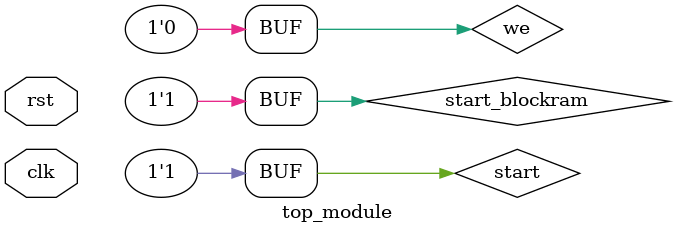
<source format=v>
`timescale 1ns / 1ps

module top_module#(
        parameter N = 18
    )
    (
    input  clk,
    input  rst

    );
    
        reg  signed [N-1:0]    in0_r;
        reg  signed [N-1:0]    in0_i;
        reg  signed [N-1:0]    in1_r;
        reg  signed [N-1:0]    in1_i;
        reg  signed [N-1:0]    in2_r;
        reg  signed [N-1:0]    in2_i;
        reg  signed [N-1:0]    in3_r;
        reg  signed [N-1:0]    in3_i;
        reg  signed [N-1:0]    in4_r;
        reg  signed [N-1:0]    in4_i;
        reg  signed [N-1:0]    in5_r;
        reg  signed [N-1:0]    in5_i;
        reg  signed [N-1:0]    in6_r;
        reg  signed [N-1:0]    in6_i;
        reg  signed [N-1:0]    in7_r;
        reg  signed [N-1:0]    in7_i;
        reg  signed [N-1:0]    in8_r;
        reg  signed [N-1:0]    in8_i;
        reg  signed [N-1:0]    in9_r;
        reg  signed [N-1:0]    in9_i;
        reg  signed [N-1:0]    in10_r;
        reg  signed [N-1:0]    in10_i;
        reg  signed [N-1:0]    in11_r;
        reg  signed [N-1:0]    in11_i;
        reg  signed [N-1:0]    in12_r;
        reg  signed [N-1:0]    in12_i;
        reg  signed [N-1:0]    in13_r;
        reg  signed [N-1:0]    in13_i;
        reg  signed [N-1:0]    in14_r;
        reg  signed [N-1:0]    in14_i;
        reg  signed [N-1:0]    in15_r;
        reg  signed [N-1:0]    in15_i;
        reg  signed [N-1:0]    in16_r;
        reg  signed [N-1:0]    in16_i;
        reg  signed [N-1:0]    in17_r;
        reg  signed [N-1:0]    in17_i;
        reg  signed [N-1:0]    in18_r;
        reg  signed [N-1:0]    in18_i;
        reg  signed [N-1:0]    in19_r;
        reg  signed [N-1:0]    in19_i;
        reg  signed [N-1:0]    in20_r;
        reg  signed [N-1:0]    in20_i;
        reg  signed [N-1:0]    in21_r;
        reg  signed [N-1:0]    in21_i;
        reg  signed [N-1:0]    in22_r;
        reg  signed [N-1:0]    in22_i;
        reg  signed [N-1:0]    in23_r;
        reg  signed [N-1:0]    in23_i;
        reg  signed [N-1:0]    in24_r;
        reg  signed [N-1:0]    in24_i;
        reg  signed [N-1:0]    in25_r;
        reg  signed [N-1:0]    in25_i;
        reg  signed [N-1:0]    in26_r;
        reg  signed [N-1:0]    in26_i;
        reg  signed [N-1:0]    in27_r;
        reg  signed [N-1:0]    in27_i;
        reg  signed [N-1:0]    in28_r;
        reg  signed [N-1:0]    in28_i;
        reg  signed [N-1:0]    in29_r;
        reg  signed [N-1:0]    in29_i;
        reg  signed [N-1:0]    in30_r;
        reg  signed [N-1:0]    in30_i;
        reg  signed [N-1:0]    in31_r;
        reg  signed [N-1:0]    in31_i;
        reg  signed [N-1:0]    in32_r;
        reg  signed [N-1:0]    in32_i;
        reg  signed [N-1:0]    in33_r;
        reg  signed [N-1:0]    in33_i;
        reg  signed [N-1:0]    in34_r;
        reg  signed [N-1:0]    in34_i;
        reg  signed [N-1:0]    in35_r;
        reg  signed [N-1:0]    in35_i;
        reg  signed [N-1:0]    in36_r;
        reg  signed [N-1:0]    in36_i;
        reg  signed [N-1:0]    in37_r;
        reg  signed [N-1:0]    in37_i;
        reg  signed [N-1:0]    in38_r;
        reg  signed [N-1:0]    in38_i;
        reg  signed [N-1:0]    in39_r;
        reg  signed [N-1:0]    in39_i;
        reg  signed [N-1:0]    in40_r;
        reg  signed [N-1:0]    in40_i;
        reg  signed [N-1:0]    in41_r;
        reg  signed [N-1:0]    in41_i;
        reg  signed [N-1:0]    in42_r;
        reg  signed [N-1:0]    in42_i;
        reg  signed [N-1:0]    in43_r;
        reg  signed [N-1:0]    in43_i;
        reg  signed [N-1:0]    in44_r;
        reg  signed [N-1:0]    in44_i;
        reg  signed [N-1:0]    in45_r;
        reg  signed [N-1:0]    in45_i;
        reg  signed [N-1:0]    in46_r;
        reg  signed [N-1:0]    in46_i;
        reg  signed [N-1:0]    in47_r;
        reg  signed [N-1:0]    in47_i;
        reg  signed [N-1:0]    in48_r;
        reg  signed [N-1:0]    in48_i;
        reg  signed [N-1:0]    in49_r;
        reg  signed [N-1:0]    in49_i;
        reg  signed [N-1:0]    in50_r;
        reg  signed [N-1:0]    in50_i;
        reg  signed [N-1:0]    in51_r;
        reg  signed [N-1:0]    in51_i;
        reg  signed [N-1:0]    in52_r;
        reg  signed [N-1:0]    in52_i;
        reg  signed [N-1:0]    in53_r;
        reg  signed [N-1:0]    in53_i;
        reg  signed [N-1:0]    in54_r;
        reg  signed [N-1:0]    in54_i;
        reg  signed [N-1:0]    in55_r;
        reg  signed [N-1:0]    in55_i;
        reg  signed [N-1:0]    in56_r;
        reg  signed [N-1:0]    in56_i;
        reg  signed [N-1:0]    in57_r;
        reg  signed [N-1:0]    in57_i;
        reg  signed [N-1:0]    in58_r;
        reg  signed [N-1:0]    in58_i;
        reg  signed [N-1:0]    in59_r;
        reg  signed [N-1:0]    in59_i;
        reg  signed [N-1:0]    in60_r;
        reg  signed [N-1:0]    in60_i;
        reg  signed [N-1:0]    in61_r;
        reg  signed [N-1:0]    in61_i;
        reg  signed [N-1:0]    in62_r;
        reg  signed [N-1:0]    in62_i;
        reg  signed [N-1:0]    in63_r;
        reg  signed [N-1:0]    in63_i;
        reg  signed [N-1:0]    in64_r;
            reg  signed [N-1:0]    in64_i;
            reg  signed [N-1:0]    in65_r;
            reg  signed [N-1:0]    in65_i;
            reg  signed [N-1:0]    in66_r;
            reg  signed [N-1:0]    in66_i;
            reg  signed [N-1:0]    in67_r;
            reg  signed [N-1:0]    in67_i;
            reg  signed [N-1:0]    in68_r;
            reg  signed [N-1:0]    in68_i;
            reg  signed [N-1:0]    in69_r;
            reg  signed [N-1:0]    in69_i;
            reg  signed [N-1:0]    in70_r;
            reg  signed [N-1:0]    in70_i;
            reg  signed [N-1:0]    in71_r;
            reg  signed [N-1:0]    in71_i;
            reg  signed [N-1:0]    in72_r;
            reg  signed [N-1:0]    in72_i;
            reg  signed [N-1:0]    in73_r;
            reg  signed [N-1:0]    in73_i;
            reg  signed [N-1:0]    in74_r;
            reg  signed [N-1:0]    in74_i;
            reg  signed [N-1:0]    in75_r;
            reg  signed [N-1:0]    in75_i;
            reg  signed [N-1:0]    in76_r;
            reg  signed [N-1:0]    in76_i;
            reg  signed [N-1:0]    in77_r;
            reg  signed [N-1:0]    in77_i;
            reg  signed [N-1:0]    in78_r;
            reg  signed [N-1:0]    in78_i;
            reg  signed [N-1:0]    in79_r;
            reg  signed [N-1:0]    in79_i;
            reg  signed [N-1:0]    in80_r;
            reg  signed [N-1:0]    in80_i;
            reg  signed [N-1:0]    in81_r;
            reg  signed [N-1:0]    in81_i;
            reg  signed [N-1:0]    in82_r;
            reg  signed [N-1:0]    in82_i;
            reg  signed [N-1:0]    in83_r;
            reg  signed [N-1:0]    in83_i;
            reg  signed [N-1:0]    in84_r;
            reg  signed [N-1:0]    in84_i;
            reg  signed [N-1:0]    in85_r;
            reg  signed [N-1:0]    in85_i;
            reg  signed [N-1:0]    in86_r;
            reg  signed [N-1:0]    in86_i;
            reg  signed [N-1:0]    in87_r;
            reg  signed [N-1:0]    in87_i;
            reg  signed [N-1:0]    in88_r;
            reg  signed [N-1:0]    in88_i;
            reg  signed [N-1:0]    in89_r;
            reg  signed [N-1:0]    in89_i;
            reg  signed [N-1:0]    in90_r;
            reg  signed [N-1:0]    in90_i;
            reg  signed [N-1:0]    in91_r;
            reg  signed [N-1:0]    in91_i;
            reg  signed [N-1:0]    in92_r;
            reg  signed [N-1:0]    in92_i;
            reg  signed [N-1:0]    in93_r;
            reg  signed [N-1:0]    in93_i;
            reg  signed [N-1:0]    in94_r;
            reg  signed [N-1:0]    in94_i;
            reg  signed [N-1:0]    in95_r;
            reg  signed [N-1:0]    in95_i;
            reg  signed [N-1:0]    in96_r;
            reg  signed [N-1:0]    in96_i;
            reg  signed [N-1:0]    in97_r;
            reg  signed [N-1:0]    in97_i;
            reg  signed [N-1:0]    in98_r;
            reg  signed [N-1:0]    in98_i;
            reg  signed [N-1:0]    in99_r;
            reg  signed [N-1:0]    in99_i;
            reg  signed [N-1:0]    in100_r;
            reg  signed [N-1:0]    in100_i;
            reg  signed [N-1:0]    in101_r;
            reg  signed [N-1:0]    in101_i;
            reg  signed [N-1:0]    in102_r;
            reg  signed [N-1:0]    in102_i;
            reg  signed [N-1:0]    in103_r;
            reg  signed [N-1:0]    in103_i;
            reg  signed [N-1:0]    in104_r;
            reg  signed [N-1:0]    in104_i;
            reg  signed [N-1:0]    in105_r;
            reg  signed [N-1:0]    in105_i;
            reg  signed [N-1:0]    in106_r;
            reg  signed [N-1:0]    in106_i;
            reg  signed [N-1:0]    in107_r;
            reg  signed [N-1:0]    in107_i;
            reg  signed [N-1:0]    in108_r;
            reg  signed [N-1:0]    in108_i;
            reg  signed [N-1:0]    in109_r;
            reg  signed [N-1:0]    in109_i;
            reg  signed [N-1:0]    in110_r;
            reg  signed [N-1:0]    in110_i;
            reg  signed [N-1:0]    in111_r;
            reg  signed [N-1:0]    in111_i;
            reg  signed [N-1:0]    in112_r;
            reg  signed [N-1:0]    in112_i;
            reg  signed [N-1:0]    in113_r;
            reg  signed [N-1:0]    in113_i;
            reg  signed [N-1:0]    in114_r;
            reg  signed [N-1:0]    in114_i;
            reg  signed [N-1:0]    in115_r;
            reg  signed [N-1:0]    in115_i;
            reg  signed [N-1:0]    in116_r;
            reg  signed [N-1:0]    in116_i;
            reg  signed [N-1:0]    in117_r;
            reg  signed [N-1:0]    in117_i;
            reg  signed [N-1:0]    in118_r;
            reg  signed [N-1:0]    in118_i;
            reg  signed [N-1:0]    in119_r;
            reg  signed [N-1:0]    in119_i;
            reg  signed [N-1:0]    in120_r;
            reg  signed [N-1:0]    in120_i;
            reg  signed [N-1:0]    in121_r;
            reg  signed [N-1:0]    in121_i;
            reg  signed [N-1:0]    in122_r;
            reg  signed [N-1:0]    in122_i;
            reg  signed [N-1:0]    in123_r;
            reg  signed [N-1:0]    in123_i;
            reg  signed [N-1:0]    in124_r;
            reg  signed [N-1:0]    in124_i;
            reg  signed [N-1:0]    in125_r;
            reg  signed [N-1:0]    in125_i;
            reg  signed [N-1:0]    in126_r;
            reg  signed [N-1:0]    in126_i;
            reg  signed [N-1:0]    in127_r;
            reg  signed [N-1:0]    in127_i;
            wire signed [N:0]    out0_r;
            reg start;
        wire signed [N:0]    out0_i;
        wire signed [N:0]    out1_r;
        wire signed [N:0]    out1_i;
        wire signed [N:0]    out2_r;
        wire signed [N:0]    out2_i;
        wire signed [N:0]    out3_r;
        wire signed [N:0]    out3_i;
        wire signed [N:0]    out4_r;
        wire signed [N:0]    out4_i;
        wire signed [N:0]    out5_r;
        wire signed [N:0]    out5_i;
        wire signed [N:0]    out6_r;
        wire signed [N:0]    out6_i;
        wire signed [N:0]    out7_r;
        wire signed [N:0]    out7_i;
        wire signed [N:0]    out8_r;
        wire signed [N:0]    out8_i;
        wire signed [N:0]    out9_r;
        wire signed [N:0]    out9_i;
        wire signed [N:0]    out10_r;
        wire signed [N:0]    out10_i;
        wire signed [N:0]    out11_r;
        wire signed [N:0]    out11_i;
        wire signed [N:0]    out12_r;
        wire signed [N:0]    out12_i;
        wire signed [N:0]    out13_r;
        wire signed [N:0]    out13_i;
        wire signed [N:0]    out14_r;
        wire signed [N:0]    out14_i;
        wire signed [N:0]    out15_r;
        wire signed [N:0]    out15_i;
        wire signed [N:0]    out16_r;
        wire signed [N:0]    out16_i;
        wire signed [N:0]    out17_r;
        wire signed [N:0]    out17_i;
        wire signed [N:0]    out18_r;
        wire signed [N:0]    out18_i;
        wire signed [N:0]    out19_r;
        wire signed [N:0]    out19_i;
        wire signed [N:0]    out20_r;
        wire signed [N:0]    out20_i;
        wire signed [N:0]    out21_r;
        wire signed [N:0]    out21_i;
        wire signed [N:0]    out22_r;
        wire signed [N:0]    out22_i;
        wire signed [N:0]    out23_r;
        wire signed [N:0]    out23_i;
        wire signed [N:0]    out24_r;
        wire signed [N:0]    out24_i;
        wire signed [N:0]    out25_r;
        wire signed [N:0]    out25_i;
        wire signed [N:0]    out26_r;
        wire signed [N:0]    out26_i;
        wire signed [N:0]    out27_r;
        wire signed [N:0]    out27_i;
        wire signed [N:0]    out28_r;
        wire signed [N:0]    out28_i;
        wire signed [N:0]    out29_r;
        wire signed [N:0]    out29_i;
        wire signed [N:0]    out30_r;
        wire signed [N:0]    out30_i;
        wire signed [N:0]    out31_r;
        wire signed [N:0]    out31_i;
        wire signed [N:0]    out32_r;
        wire signed [N:0]    out32_i;
        wire signed [N:0]    out33_r;
        wire signed [N:0]    out33_i;
        wire signed [N:0]    out34_r;
        wire signed [N:0]    out34_i;
        wire signed [N:0]    out35_r;
        wire signed [N:0]    out35_i;
        wire signed [N:0]    out36_r;
        wire signed [N:0]    out36_i;
        wire signed [N:0]    out37_r;
        wire signed [N:0]    out37_i;
        wire signed [N:0]    out38_r;
        wire signed [N:0]    out38_i;
        wire signed [N:0]    out39_r;
        wire signed [N:0]    out39_i;
        wire signed [N:0]    out40_r;
        wire signed [N:0]    out40_i;
        wire signed [N:0]    out41_r;
        wire signed [N:0]    out41_i;
        wire signed [N:0]    out42_r;
        wire signed [N:0]    out42_i;
        wire signed [N:0]    out43_r;
        wire signed [N:0]    out43_i;
        wire signed [N:0]    out44_r;
        wire signed [N:0]    out44_i;
        wire signed [N:0]    out45_r;
        wire signed [N:0]    out45_i;
        wire signed [N:0]    out46_r;
        wire signed [N:0]    out46_i;
        wire signed [N:0]    out47_r;
        wire signed [N:0]    out47_i;
        wire signed [N:0]    out48_r;
        wire signed [N:0]    out48_i;
        wire signed [N:0]    out49_r;
        wire signed [N:0]    out49_i;
        wire signed [N:0]    out50_r;
        wire signed [N:0]    out50_i;
        wire signed [N:0]    out51_r;
        wire signed [N:0]    out51_i;
        wire signed [N:0]    out52_r;
        wire signed [N:0]    out52_i;
        wire signed [N:0]    out53_r;
        wire signed [N:0]    out53_i;
        wire signed [N:0]    out54_r;
        wire signed [N:0]    out54_i;
        wire signed [N:0]    out55_r;
        wire signed [N:0]    out55_i;
        wire signed [N:0]    out56_r;
        wire signed [N:0]    out56_i;
        wire signed [N:0]    out57_r;
        wire signed [N:0]    out57_i;
        wire signed [N:0]    out58_r;
        wire signed [N:0]    out58_i;
        wire signed [N:0]    out59_r;
        wire signed [N:0]    out59_i;
        wire signed [N:0]    out60_r;
        wire signed [N:0]    out60_i;
        wire signed [N:0]    out61_r;
        wire signed [N:0]    out61_i;
        wire signed [N:0]    out62_r;
        wire signed [N:0]    out62_i;
        wire signed [N:0]    out63_r;
        wire signed [N:0]    out63_i;
        wire signed [N:0]    out64_r;
        wire signed [N:0]    out64_i;
        wire signed [N:0]    out65_r;
        wire signed [N:0]    out65_i;
        wire signed [N:0]    out66_r;
        wire signed [N:0]    out66_i;
        wire signed [N:0]    out67_r;
        wire signed [N:0]    out67_i;
        wire signed [N:0]    out68_r;
        wire signed [N:0]    out68_i;
        wire signed [N:0]    out69_r;
        wire signed [N:0]    out69_i;
        wire signed [N:0]    out70_r;
        wire signed [N:0]    out70_i;
        wire signed [N:0]    out71_r;
        wire signed [N:0]    out71_i;
        wire signed [N:0]    out72_r;
        wire signed [N:0]    out72_i;
        wire signed [N:0]    out73_r;
        wire signed [N:0]    out73_i;
        wire signed [N:0]    out74_r;
        wire signed [N:0]    out74_i;
        wire signed [N:0]    out75_r;
        wire signed [N:0]    out75_i;
        wire signed [N:0]    out76_r;
        wire signed [N:0]    out76_i;
        wire signed [N:0]    out77_r;
        wire signed [N:0]    out77_i;
        wire signed [N:0]    out78_r;
        wire signed [N:0]    out78_i;
        wire signed [N:0]    out79_r;
        wire signed [N:0]    out79_i;
        wire signed [N:0]    out80_r;
        wire signed [N:0]    out80_i;
        wire signed [N:0]    out81_r;
        wire signed [N:0]    out81_i;
        wire signed [N:0]    out82_r;
        wire signed [N:0]    out82_i;
        wire signed [N:0]    out83_r;
        wire signed [N:0]    out83_i;
        wire signed [N:0]    out84_r;
        wire signed [N:0]    out84_i;
        wire signed [N:0]    out85_r;
        wire signed [N:0]    out85_i;
        wire signed [N:0]    out86_r;
        wire signed [N:0]    out86_i;
        wire signed [N:0]    out87_r;
        wire signed [N:0]    out87_i;
        wire signed [N:0]    out88_r;
        wire signed [N:0]    out88_i;
        wire signed [N:0]    out89_r;
        wire signed [N:0]    out89_i;
        wire signed [N:0]    out90_r;
        wire signed [N:0]    out90_i;
        wire signed [N:0]    out91_r;
        wire signed [N:0]    out91_i;
        wire signed [N:0]    out92_r;
        wire signed [N:0]    out92_i;
        wire signed [N:0]    out93_r;
        wire signed [N:0]    out93_i;
        wire signed [N:0]    out94_r;
        wire signed [N:0]    out94_i;
        wire signed [N:0]    out95_r;
        wire signed [N:0]    out95_i;
        wire signed [N:0]    out96_r;
        wire signed [N:0]    out96_i;
        wire signed [N:0]    out97_r;
        wire signed [N:0]    out97_i;
        wire signed [N:0]    out98_r;
        wire signed [N:0]    out98_i;
        wire signed [N:0]    out99_r;
        wire signed [N:0]    out99_i;
        wire signed [N:0]    out100_r;
        wire signed [N:0]    out100_i;
        wire signed [N:0]    out101_r;
        wire signed [N:0]    out101_i;
        wire signed [N:0]    out102_r;
        wire signed [N:0]    out102_i;
        wire signed [N:0]    out103_r;
        wire signed [N:0]    out103_i;
        wire signed [N:0]    out104_r;
        wire signed [N:0]    out104_i;
        wire signed [N:0]    out105_r;
        wire signed [N:0]    out105_i;
        wire signed [N:0]    out106_r;
        wire signed [N:0]    out106_i;
        wire signed [N:0]    out107_r;
        wire signed [N:0]    out107_i;
        wire signed [N:0]    out108_r;
        wire signed [N:0]    out108_i;
        wire signed [N:0]    out109_r;
        wire signed [N:0]    out109_i;
        wire signed [N:0]    out110_r;
        wire signed [N:0]    out110_i;
        wire signed [N:0]    out111_r;
        wire signed [N:0]    out111_i;
        wire signed [N:0]    out112_r;
        wire signed [N:0]    out112_i;
        wire signed [N:0]    out113_r;
        wire signed [N:0]    out113_i;
        wire signed [N:0]    out114_r;
        wire signed [N:0]    out114_i;
        wire signed [N:0]    out115_r;
        wire signed [N:0]    out115_i;
        wire signed [N:0]    out116_r;
        wire signed [N:0]    out116_i;
        wire signed [N:0]    out117_r;
        wire signed [N:0]    out117_i;
        wire signed [N:0]    out118_r;
        wire signed [N:0]    out118_i;
        wire signed [N:0]    out119_r;
        wire signed [N:0]    out119_i;
        wire signed [N:0]    out120_r;
        wire signed [N:0]    out120_i;
        wire signed [N:0]    out121_r;
        wire signed [N:0]    out121_i;
        wire signed [N:0]    out122_r;
        wire signed [N:0]    out122_i;
        wire signed [N:0]    out123_r;
        wire signed [N:0]    out123_i;
        wire signed [N:0]    out124_r;
        wire signed [N:0]    out124_i;
        wire signed [N:0]    out125_r;
        wire signed [N:0]    out125_i;
        wire signed [N:0]    out126_r;
        wire signed [N:0]    out126_i;
        wire signed [N:0]    out127_r;
        wire signed [N:0]    out127_i;
        wire done;
        wire signed [18:0] f2out0_r, f2out0_i;
        wire signed [18:0] f2out1_r, f2out1_i;
        wire [6:0] stage;
        wire [6:0] butterfly_count;
        wire fft_done, butterfly_done;
    
       
       
    reg [10:0] addr;         
    reg       en;
    reg       we;
    reg       start_blockram;          // Internal start signal
    reg       done_blockram;           // Internal done signal
    wire signed [N-1:0] bram_out;
    
               
    reg [8:0] read_count;
    reg load_done;
    reg fft_start_blockram;
    
    
    initial begin 
        addr <= 11'b0; 
        we <= 1'b0;
        en <= 1'b1;
        start_blockram <= 1'b1;   
        load_done <= 1'b0;
        start<=1;  
        fft_start_blockram<=0;           
    end 
             
        
   blk_mem_gen_0 bram_instance (
        .clka(clk),
        .ena(en),
        .wea(we),
        .addra(addr),
        .dina(18'b0),
        .douta(bram_out)
    );   
        
        
        


ila_0 your_instance_name (
	.clk(clk), // input wire clk


	.probe0(rst), // input wire [0:0]  probe0  
	.probe1(done), // input wire [0:0]  probe1 
	.probe2(load_done), // input wire [0:0]  probe2 
	.probe3(i), // input wire [7:0]  probe3 
	.probe4(stage_test), // input wire [2:0]  probe4 
	.probe5(addr), // input wire [10:0]  probe5 
	.probe6(fft_start_blockram), // input wire [0:0]  probe6 
	.probe7(out_case_r), // input wire [17:0]  probe7 
	.probe8(out_case_i), // input wire [17:0]  probe7
    .probe9(j) // input wire [7:0]  probe3 
 
);

 
         
        
        
        
        
    always @(posedge clk or posedge rst) begin
        if (rst) begin
            addr <= 0;
//            read_count <= 0;
            load_done <= 1'b0;
            fft_start_blockram <= 1'b0;
            done_blockram <= 1'b0;
        end else if (start_blockram && !load_done) begin
            en <= 1'b1;
            case (addr)
                11'd2: in0_r <= bram_out;
                11'd3: in0_i <= bram_out;
                11'd4: in1_r <= bram_out;
                11'd5: in1_i <= bram_out;
                11'd6: in2_r <= bram_out;
                11'd7: in2_i <= bram_out;
                11'd8: in3_r <= bram_out;
                11'd9: in3_i <= bram_out;
                11'd10: in4_r <= bram_out;
                11'd11: in4_i <= bram_out;
                11'd12: in5_r <= bram_out;
                11'd13: in5_i <= bram_out;
                11'd14: in6_r <= bram_out;
                11'd15: in6_i <= bram_out;
                11'd16: in7_r <= bram_out;
                11'd17: in7_i <= bram_out;
                11'd18: in8_r <= bram_out;
                11'd19: in8_i <= bram_out;
                11'd20: in9_r <= bram_out;
                11'd21: in9_i <= bram_out;
                11'd22: in10_r <= bram_out;
                11'd23: in10_i <= bram_out;
                11'd24: in11_r <= bram_out;
                11'd25: in11_i <= bram_out;
                11'd26: in12_r <= bram_out;
                11'd27: in12_i <= bram_out;
                11'd28: in13_r <= bram_out;
                11'd29: in13_i <= bram_out;
                11'd30: in14_r <= bram_out;
                11'd31: in14_i <= bram_out;
                11'd32: in15_r <= bram_out;
                11'd33: in15_i <= bram_out;
                11'd34: in16_r <= bram_out;
                11'd35: in16_i <= bram_out;
                11'd36: in17_r <= bram_out;
                11'd37: in17_i <= bram_out;
                11'd38: in18_r <= bram_out;
                11'd39: in18_i <= bram_out;
                11'd40: in19_r <= bram_out;
                11'd41: in19_i <= bram_out;
                11'd42: in20_r <= bram_out;
                11'd43: in20_i <= bram_out;
                11'd44: in21_r <= bram_out;
                11'd45: in21_i <= bram_out;
                11'd46: in22_r <= bram_out;
                11'd47: in22_i <= bram_out;
                11'd48: in23_r <= bram_out;
                11'd49: in23_i <= bram_out;
                11'd50: in24_r <= bram_out;
                11'd51: in24_i <= bram_out;
                11'd52: in25_r <= bram_out;
                11'd53: in25_i <= bram_out;
                11'd54: in26_r <= bram_out;
                11'd55: in26_i <= bram_out;
                11'd56: in27_r <= bram_out;
                11'd57: in27_i <= bram_out;
                11'd58: in28_r <= bram_out;
                11'd59: in28_i <= bram_out;
                11'd60: in29_r <= bram_out;
                11'd61: in29_i <= bram_out;
                11'd62: in30_r <= bram_out;
                11'd63: in30_i <= bram_out;
                11'd64: in31_r <= bram_out;
                11'd65: in31_i <= bram_out;
                11'd66: in32_r <= bram_out;
                11'd67: in32_i <= bram_out;
                11'd68: in33_r <= bram_out;
                11'd69: in33_i <= bram_out;
                11'd70: in34_r <= bram_out;
                11'd71: in34_i <= bram_out;
                11'd72: in35_r <= bram_out;
                11'd73: in35_i <= bram_out;
                11'd74: in36_r <= bram_out;
                11'd75: in36_i <= bram_out;
                11'd76: in37_r <= bram_out;
                11'd77: in37_i <= bram_out;
                11'd78: in38_r <= bram_out;
                11'd79: in38_i <= bram_out;
                11'd80: in39_r <= bram_out;
                11'd81: in39_i <= bram_out;
                11'd82: in40_r <= bram_out;
                11'd83: in40_i <= bram_out;
                11'd84: in41_r <= bram_out;
                11'd85: in41_i <= bram_out;
                11'd86: in42_r <= bram_out;
                11'd87: in42_i <= bram_out;
                11'd88: in43_r <= bram_out;
                11'd89: in43_i <= bram_out;
                11'd90: in44_r <= bram_out;
                11'd91: in44_i <= bram_out;
                11'd92: in45_r <= bram_out;
                11'd93: in45_i <= bram_out;
                11'd94: in46_r <= bram_out;
                11'd95: in46_i <= bram_out;
                11'd96: in47_r <= bram_out;
                11'd97: in47_i <= bram_out;
                11'd98: in48_r <= bram_out;
                11'd99: in48_i <= bram_out;
                11'd100: in49_r <= bram_out;
                11'd101: in49_i <= bram_out;
                11'd102: in50_r <= bram_out;
                11'd103: in50_i <= bram_out;
                11'd104: in51_r <= bram_out;
                11'd105: in51_i <= bram_out;
                11'd106: in52_r <= bram_out;
                11'd107: in52_i <= bram_out;
                11'd108: in53_r <= bram_out;
                11'd109: in53_i <= bram_out;
                11'd110: in54_r <= bram_out;
                11'd111: in54_i <= bram_out;
                11'd112: in55_r <= bram_out;
                11'd113: in55_i <= bram_out;
                11'd114: in56_r <= bram_out;
                11'd115: in56_i <= bram_out;
                11'd116: in57_r <= bram_out;
                11'd117: in57_i <= bram_out;
                11'd118: in58_r <= bram_out;
                11'd119: in58_i <= bram_out;
                11'd120: in59_r <= bram_out;
                11'd121: in59_i <= bram_out;
                11'd122: in60_r <= bram_out;
                11'd123: in60_i <= bram_out;
                11'd124: in61_r <= bram_out;
                11'd125: in61_i <= bram_out;
                11'd126: in62_r <= bram_out;
                11'd127: in62_i <= bram_out;
                11'd128: in63_r <= bram_out;
                11'd129: in63_i <= bram_out;
                11'd130: in64_r <= bram_out;
                11'd131: in64_i <= bram_out;
                11'd132: in65_r <= bram_out;
                11'd133: in65_i <= bram_out;
                11'd134: in66_r <= bram_out;
                11'd135: in66_i <= bram_out;
                11'd136: in67_r <= bram_out;
                11'd137: in67_i <= bram_out;
                11'd138: in68_r <= bram_out;
                11'd139: in68_i <= bram_out;
                11'd140: in69_r <= bram_out;
                11'd141: in69_i <= bram_out;
                11'd142: in70_r <= bram_out;
                11'd143: in70_i <= bram_out;
                11'd144: in71_r <= bram_out;
                11'd145: in71_i <= bram_out;
                11'd146: in72_r <= bram_out;
                11'd147: in72_i <= bram_out;
                11'd148: in73_r <= bram_out;
                11'd149: in73_i <= bram_out;
                11'd150: in74_r <= bram_out;
                11'd151: in74_i <= bram_out;
                11'd152: in75_r <= bram_out;
                11'd153: in75_i <= bram_out;
                11'd154: in76_r <= bram_out;
                11'd155: in76_i <= bram_out;
                11'd156: in77_r <= bram_out;
                11'd157: in77_i <= bram_out;
                11'd158: in78_r <= bram_out;
                11'd159: in78_i <= bram_out;
                11'd160: in79_r <= bram_out;
                11'd161: in79_i <= bram_out;
                11'd162: in80_r <= bram_out;
                11'd163: in80_i <= bram_out;
                11'd164: in81_r <= bram_out;
                11'd165: in81_i <= bram_out;
                11'd166: in82_r <= bram_out;
                11'd167: in82_i <= bram_out;
                11'd168: in83_r <= bram_out;
                11'd169: in83_i <= bram_out;
                11'd170: in84_r <= bram_out;
                11'd171: in84_i <= bram_out;
                11'd172: in85_r <= bram_out;
                11'd173: in85_i <= bram_out;
                11'd174: in86_r <= bram_out;
                11'd175: in86_i <= bram_out;
                11'd176: in87_r <= bram_out;
                11'd177: in87_i <= bram_out;
                11'd178: in88_r <= bram_out;
                11'd179: in88_i <= bram_out;
                11'd180: in89_r <= bram_out;
                11'd181: in89_i <= bram_out;
                11'd182: in90_r <= bram_out;
                11'd183: in90_i <= bram_out;
                11'd184: in91_r <= bram_out;
                11'd185: in91_i <= bram_out;
                11'd186: in92_r <= bram_out;
                11'd187: in92_i <= bram_out;
                11'd188: in93_r <= bram_out;
                11'd189: in93_i <= bram_out;
                11'd190: in94_r <= bram_out;
                11'd191: in94_i <= bram_out;
                11'd192: in95_r <= bram_out;
                11'd193: in95_i <= bram_out;
                11'd194: in96_r <= bram_out;
                11'd195: in96_i <= bram_out;
                11'd196: in97_r <= bram_out;
                11'd197: in97_i <= bram_out;
                11'd198: in98_r <= bram_out;
                11'd199: in98_i <= bram_out;
                11'd200: in99_r <= bram_out;
                11'd201: in99_i <= bram_out;
                11'd202: in100_r <= bram_out;
                11'd203: in100_i <= bram_out;
                11'd204: in101_r <= bram_out;
                11'd205: in101_i <= bram_out;
                11'd206: in102_r <= bram_out;
                11'd207: in102_i <= bram_out;
                11'd208: in103_r <= bram_out;
                11'd209: in103_i <= bram_out;
                11'd210: in104_r <= bram_out;
                11'd211: in104_i <= bram_out;
                11'd212: in105_r <= bram_out;
                11'd213: in105_i <= bram_out;
                11'd214: in106_r <= bram_out;
                11'd215: in106_i <= bram_out;
                11'd216: in107_r <= bram_out;
                11'd217: in107_i <= bram_out;
                11'd218: in108_r <= bram_out;
                11'd219: in108_i <= bram_out;
                11'd220: in109_r <= bram_out;
                11'd221: in109_i <= bram_out;
                11'd222: in110_r <= bram_out;
                11'd223: in110_i <= bram_out;
                11'd224: in111_r <= bram_out;
                11'd225: in111_i <= bram_out;
                11'd226: in112_r <= bram_out;
                11'd227: in112_i <= bram_out;
                11'd228: in113_r <= bram_out;
                11'd229: in113_i <= bram_out;
                11'd230: in114_r <= bram_out;
                11'd231: in114_i <= bram_out;
                11'd232: in115_r <= bram_out;
                11'd233: in115_i <= bram_out;
                11'd234: in116_r <= bram_out;
                11'd235: in116_i <= bram_out;
                11'd236: in117_r <= bram_out;
                11'd237: in117_i <= bram_out;
                11'd238: in118_r <= bram_out;
                11'd239: in118_i <= bram_out;
                11'd240: in119_r <= bram_out;
                11'd241: in119_i <= bram_out;
                11'd242: in120_r <= bram_out;
                11'd243: in120_i <= bram_out;
                11'd244: in121_r <= bram_out;
                11'd245: in121_i <= bram_out;
                11'd246: in122_r <= bram_out;
                11'd247: in122_i <= bram_out;
                11'd248: in123_r <= bram_out;
                11'd249: in123_i <= bram_out;
                11'd250: in124_r <= bram_out;
                11'd251: in124_i <= bram_out;
                11'd252: in125_r <= bram_out;
                11'd253: in125_i <= bram_out;
                11'd254: in126_r <= bram_out;
                11'd255: in126_i <= bram_out;
                11'd256: in127_r <= bram_out;
                11'd257: 
                    begin
                        in127_i <= bram_out;
                        load_done <= 1'b1;  // Indicate that loading is complete
                end
        endcase
            addr <= addr + 1;
        end else if (load_done) begin
            fft_start_blockram <= 1'b1;
        end else if (fft_start_blockram) begin
            done_blockram <= 1'b1;
        end
    end
        
        
            fft_128point fft_inst (
        .clk(clk),
        .rst(rst),
        .start(fft_start_blockram),
        .in0_r(in0_r), .in0_i(in0_i),
        .in1_r(in1_r), .in1_i(in1_i),
        .in2_r(in2_r), .in2_i(in2_i),
        .in3_r(in3_r), .in3_i(in3_i),
        .in4_r(in4_r), .in4_i(in4_i),
        .in5_r(in5_r), .in5_i(in5_i),
        .in6_r(in6_r), .in6_i(in6_i),
        .in7_r(in7_r), .in7_i(in7_i),
        .in8_r(in8_r), .in8_i(in8_i),
        .in9_r(in9_r), .in9_i(in9_i),
        .in10_r(in10_r), .in10_i(in10_i),
        .in11_r(in11_r), .in11_i(in11_i),
        .in12_r(in12_r), .in12_i(in12_i),
        .in13_r(in13_r), .in13_i(in13_i),
        .in14_r(in14_r), .in14_i(in14_i),
        .in15_r(in15_r), .in15_i(in15_i),
        .in16_r(in16_r), .in16_i(in16_i),
        .in17_r(in17_r), .in17_i(in17_i),
        .in18_r(in18_r), .in18_i(in18_i),
        .in19_r(in19_r), .in19_i(in19_i),
        .in20_r(in20_r), .in20_i(in20_i),
        .in21_r(in21_r), .in21_i(in21_i),
        .in22_r(in22_r), .in22_i(in22_i),
        .in23_r(in23_r), .in23_i(in23_i),
        .in24_r(in24_r), .in24_i(in24_i),
        .in25_r(in25_r), .in25_i(in25_i),
        .in26_r(in26_r), .in26_i(in26_i),
        .in27_r(in27_r), .in27_i(in27_i),
        .in28_r(in28_r), .in28_i(in28_i),
        .in29_r(in29_r), .in29_i(in29_i),
        .in30_r(in30_r), .in30_i(in30_i),
        .in31_r(in31_r), .in31_i(in31_i),
        .in32_r(in32_r), .in32_i(in32_i),
        .in33_r(in33_r), .in33_i(in33_i),
        .in34_r(in34_r), .in34_i(in34_i),
        .in35_r(in35_r), .in35_i(in35_i),
        .in36_r(in36_r), .in36_i(in36_i),
        .in37_r(in37_r), .in37_i(in37_i),
        .in38_r(in38_r), .in38_i(in38_i),
        .in39_r(in39_r), .in39_i(in39_i),
        .in40_r(in40_r), .in40_i(in40_i),
        .in41_r(in41_r), .in41_i(in41_i),
        .in42_r(in42_r), .in42_i(in42_i),
        .in43_r(in43_r), .in43_i(in43_i),
        .in44_r(in44_r), .in44_i(in44_i),
        .in45_r(in45_r), .in45_i(in45_i),
        .in46_r(in46_r), .in46_i(in46_i),
        .in47_r(in47_r), .in47_i(in47_i),
        .in48_r(in48_r), .in48_i(in48_i),
        .in49_r(in49_r), .in49_i(in49_i),
        .in50_r(in50_r), .in50_i(in50_i),
        .in51_r(in51_r), .in51_i(in51_i),
        .in52_r(in52_r), .in52_i(in52_i),
        .in53_r(in53_r), .in53_i(in53_i),
        .in54_r(in54_r), .in54_i(in54_i),
        .in55_r(in55_r), .in55_i(in55_i),
        .in56_r(in56_r), .in56_i(in56_i),
        .in57_r(in57_r), .in57_i(in57_i),
        .in58_r(in58_r), .in58_i(in58_i),
        .in59_r(in59_r), .in59_i(in59_i),
        .in60_r(in60_r), .in60_i(in60_i),
        .in61_r(in61_r), .in61_i(in61_i),
        .in62_r(in62_r), .in62_i(in62_i),
        .in63_r(in63_r), .in63_i(in63_i),
        .in64_r(in64_r), .in64_i(in64_i),
        .in65_r(in65_r), .in65_i(in65_i),
        .in66_r(in66_r), .in66_i(in66_i),
        .in67_r(in67_r), .in67_i(in67_i),
        .in68_r(in68_r), .in68_i(in68_i),
        .in69_r(in69_r), .in69_i(in69_i),
        .in70_r(in70_r), .in70_i(in70_i),
        .in71_r(in71_r), .in71_i(in71_i),
        .in72_r(in72_r), .in72_i(in72_i),
        .in73_r(in73_r), .in73_i(in73_i),
        .in74_r(in74_r), .in74_i(in74_i),
        .in75_r(in75_r), .in75_i(in75_i),
        .in76_r(in76_r), .in76_i(in76_i),
        .in77_r(in77_r), .in77_i(in77_i),
        .in78_r(in78_r), .in78_i(in78_i),
        .in79_r(in79_r), .in79_i(in79_i),
        .in80_r(in80_r), .in80_i(in80_i),
        .in81_r(in81_r), .in81_i(in81_i),
        .in82_r(in82_r), .in82_i(in82_i),
        .in83_r(in83_r), .in83_i(in83_i),
        .in84_r(in84_r), .in84_i(in84_i),
        .in85_r(in85_r), .in85_i(in85_i),
        .in86_r(in86_r), .in86_i(in86_i),
        .in87_r(in87_r), .in87_i(in87_i),
        .in88_r(in88_r), .in88_i(in88_i),
        .in89_r(in89_r), .in89_i(in89_i),
        .in90_r(in90_r), .in90_i(in90_i),
        .in91_r(in91_r), .in91_i(in91_i),
        .in92_r(in92_r), .in92_i(in92_i),
        .in93_r(in93_r), .in93_i(in93_i),
        .in94_r(in94_r), .in94_i(in94_i),
        .in95_r(in95_r), .in95_i(in95_i),
        .in96_r(in96_r), .in96_i(in96_i),
        .in97_r(in97_r), .in97_i(in97_i),
        .in98_r(in98_r), .in98_i(in98_i),
        .in99_r(in99_r), .in99_i(in99_i),
        .in100_r(in100_r), .in100_i(in100_i),
        .in101_r(in101_r), .in101_i(in101_i),
        .in102_r(in102_r), .in102_i(in102_i),
        .in103_r(in103_r), .in103_i(in103_i),
        .in104_r(in104_r), .in104_i(in104_i),
        .in105_r(in105_r), .in105_i(in105_i),
        .in106_r(in106_r), .in106_i(in106_i),
        .in107_r(in107_r), .in107_i(in107_i),
        .in108_r(in108_r), .in108_i(in108_i),
        .in109_r(in109_r), .in109_i(in109_i),
        .in110_r(in110_r), .in110_i(in110_i),
        .in111_r(in111_r), .in111_i(in111_i),
        .in112_r(in112_r), .in112_i(in112_i),
        .in113_r(in113_r), .in113_i(in113_i),
        .in114_r(in114_r), .in114_i(in114_i),
        .in115_r(in115_r), .in115_i(in115_i),
        .in116_r(in116_r), .in116_i(in116_i),
        .in117_r(in117_r), .in117_i(in117_i),
        .in118_r(in118_r), .in118_i(in118_i),
        .in119_r(in119_r), .in119_i(in119_i),
        .in120_r(in120_r), .in120_i(in120_i),
        .in121_r(in121_r), .in121_i(in121_i),
        .in122_r(in122_r), .in122_i(in122_i),
        .in123_r(in123_r), .in123_i(in123_i),
        .in124_r(in124_r), .in124_i(in124_i),
        .in125_r(in125_r), .in125_i(in125_i),
        .in126_r(in126_r), .in126_i(in126_i),
        .in127_r(in127_r), .in127_i(in127_i),
        .out0_r(out0_r), .out0_i(out0_i),
        .out1_r(out1_r), .out1_i(out1_i),
        .out2_r(out2_r), .out2_i(out2_i),
        .out3_r(out3_r), .out3_i(out3_i),
        .out4_r(out4_r), .out4_i(out4_i),
        .out5_r(out5_r), .out5_i(out5_i),
        .out6_r(out6_r), .out6_i(out6_i),
        .out7_r(out7_r), .out7_i(out7_i),
        .out8_r(out8_r), .out8_i(out8_i),
        .out9_r(out9_r), .out9_i(out9_i),
        .out10_r(out10_r), .out10_i(out10_i),
        .out11_r(out11_r), .out11_i(out11_i),
        .out12_r(out12_r), .out12_i(out12_i),
        .out13_r(out13_r), .out13_i(out13_i),
        .out14_r(out14_r), .out14_i(out14_i),
        .out15_r(out15_r), .out15_i(out15_i),
        .out16_r(out16_r), .out16_i(out16_i),
        .out17_r(out17_r), .out17_i(out17_i),
        .out18_r(out18_r), .out18_i(out18_i),
        .out19_r(out19_r), .out19_i(out19_i),
        .out20_r(out20_r), .out20_i(out20_i),
        .out21_r(out21_r), .out21_i(out21_i),
        .out22_r(out22_r), .out22_i(out22_i),
        .out23_r(out23_r), .out23_i(out23_i),
        .out24_r(out24_r), .out24_i(out24_i),
        .out25_r(out25_r), .out25_i(out25_i),
        .out26_r(out26_r), .out26_i(out26_i),
        .out27_r(out27_r), .out27_i(out27_i),
        .out28_r(out28_r), .out28_i(out28_i),
        .out29_r(out29_r), .out29_i(out29_i),
        .out30_r(out30_r), .out30_i(out30_i),
        .out31_r(out31_r), .out31_i(out31_i),
        .out32_r(out32_r), .out32_i(out32_i),
        .out33_r(out33_r), .out33_i(out33_i),
        .out34_r(out34_r), .out34_i(out34_i),
        .out35_r(out35_r), .out35_i(out35_i),
        .out36_r(out36_r), .out36_i(out36_i),
        .out37_r(out37_r), .out37_i(out37_i),
        .out38_r(out38_r), .out38_i(out38_i),
        .out39_r(out39_r), .out39_i(out39_i),
        .out40_r(out40_r), .out40_i(out40_i),
        .out41_r(out41_r), .out41_i(out41_i),
        .out42_r(out42_r), .out42_i(out42_i),
        .out43_r(out43_r), .out43_i(out43_i),
        .out44_r(out44_r), .out44_i(out44_i),
        .out45_r(out45_r), .out45_i(out45_i),
        .out46_r(out46_r), .out46_i(out46_i),
        .out47_r(out47_r), .out47_i(out47_i),
        .out48_r(out48_r), .out48_i(out48_i),
        .out49_r(out49_r), .out49_i(out49_i),
        .out50_r(out50_r), .out50_i(out50_i),
        .out51_r(out51_r), .out51_i(out51_i),
        .out52_r(out52_r), .out52_i(out52_i),
        .out53_r(out53_r), .out53_i(out53_i),
        .out54_r(out54_r), .out54_i(out54_i),
        .out55_r(out55_r), .out55_i(out55_i),
        .out56_r(out56_r), .out56_i(out56_i),
        .out57_r(out57_r), .out57_i(out57_i),
        .out58_r(out58_r), .out58_i(out58_i),
        .out59_r(out59_r), .out59_i(out59_i),
        .out60_r(out60_r), .out60_i(out60_i),
        .out61_r(out61_r), .out61_i(out61_i),
        .out62_r(out62_r), .out62_i(out62_i),
        .out63_r(out63_r), .out63_i(out63_i),
        .out64_r(out64_r), .out64_i(out64_i),
        .out65_r(out65_r), .out65_i(out65_i),
        .out66_r(out66_r), .out66_i(out66_i),
        .out67_r(out67_r), .out67_i(out67_i),
        .out68_r(out68_r), .out68_i(out68_i),
        .out69_r(out69_r), .out69_i(out69_i),
        .out70_r(out70_r), .out70_i(out70_i),
        .out71_r(out71_r), .out71_i(out71_i),
        .out72_r(out72_r), .out72_i(out72_i),
        .out73_r(out73_r), .out73_i(out73_i),
        .out74_r(out74_r), .out74_i(out74_i),
        .out75_r(out75_r), .out75_i(out75_i),
        .out76_r(out76_r), .out76_i(out76_i),
        .out77_r(out77_r), .out77_i(out77_i),
        .out78_r(out78_r), .out78_i(out78_i),
        .out79_r(out79_r), .out79_i(out79_i),
        .out80_r(out80_r), .out80_i(out80_i),
        .out81_r(out81_r), .out81_i(out81_i),
        .out82_r(out82_r), .out82_i(out82_i),
        .out83_r(out83_r), .out83_i(out83_i),
        .out84_r(out84_r), .out84_i(out84_i),
        .out85_r(out85_r), .out85_i(out85_i),
        .out86_r(out86_r), .out86_i(out86_i),
        .out87_r(out87_r), .out87_i(out87_i),
        .out88_r(out88_r), .out88_i(out88_i),
        .out89_r(out89_r), .out89_i(out89_i),
        .out90_r(out90_r), .out90_i(out90_i),
        .out91_r(out91_r), .out91_i(out91_i),
        .out92_r(out92_r), .out92_i(out92_i),
        .out93_r(out93_r), .out93_i(out93_i),
        .out94_r(out94_r), .out94_i(out94_i),
        .out95_r(out95_r), .out95_i(out95_i),
        .out96_r(out96_r), .out96_i(out96_i),
        .out97_r(out97_r), .out97_i(out97_i),
        .out98_r(out98_r), .out98_i(out98_i),
        .out99_r(out99_r), .out99_i(out99_i),
        .out100_r(out100_r), .out100_i(out100_i),
        .out101_r(out101_r), .out101_i(out101_i),
        .out102_r(out102_r), .out102_i(out102_i),
        .out103_r(out103_r), .out103_i(out103_i),
        .out104_r(out104_r), .out104_i(out104_i),
        .out105_r(out105_r), .out105_i(out105_i),
        .out106_r(out106_r), .out106_i(out106_i),
        .out107_r(out107_r), .out107_i(out107_i),
        .out108_r(out108_r), .out108_i(out108_i),
        .out109_r(out109_r), .out109_i(out109_i),
        .out110_r(out110_r), .out110_i(out110_i),
        .out111_r(out111_r), .out111_i(out111_i),
        .out112_r(out112_r), .out112_i(out112_i),
        .out113_r(out113_r), .out113_i(out113_i),
        .out114_r(out114_r), .out114_i(out114_i),
        .out115_r(out115_r), .out115_i(out115_i),
        .out116_r(out116_r), .out116_i(out116_i),
        .out117_r(out117_r), .out117_i(out117_i),
        .out118_r(out118_r), .out118_i(out118_i),
        .out119_r(out119_r), .out119_i(out119_i),
        .out120_r(out120_r), .out120_i(out120_i),
        .out121_r(out121_r), .out121_i(out121_i),
        .out122_r(out122_r), .out122_i(out122_i),
        .out123_r(out123_r), .out123_i(out123_i),
        .out124_r(out124_r), .out124_i(out124_i),
        .out125_r(out125_r), .out125_i(out125_i),
        .out126_r(out126_r), .out126_i(out126_i),
        .out127_r(out127_r), .out127_i(out127_i),
        .done(done),.f2out0_r(f2out0_r),.f2out0_i(f2out0_i),
        .f2out1_r(f2out1_r), .f2out1_i(f2out1_i),.stage(stage),
        .butterfly_count(butterfly_count),.fft_done(fft_done),
        .butterfly_done(butterfly_done)
    );


reg signed [N:0] out_case_r; 
reg signed [N:0] out_case_i; 
reg [2:0] stage_test;
reg [N:0] out_test_r[0:15];
reg [N:0] out_test_i[0:15];
reg [N:0] out_test_3;
reg [N:0] out_iterative_r,out_iterative_i;
reg [7:0] i,j;
    
    initial begin
    i<=0;
    j<=0;
    end     
    

always@(posedge clk) begin
    if(done) begin
        i <= i+1;
    end
end

always@(posedge clk) begin
    if(done) begin
        j <= j+1;
    end
end


always@(posedge clk) begin
    case (i)
        8'd1: out_case_r <= out0_r;
        8'd2: out_case_r <= out1_r;
        8'd3: out_case_r <= out2_r;
        8'd4: out_case_r <= out3_r;
        8'd5: out_case_r <= out4_r;
        8'd6: out_case_r <= out5_r;
        8'd7: out_case_r <= out6_r;
        8'd8: out_case_r <= out7_r;
        8'd9: out_case_r <= out8_r;
        8'd10: out_case_r <= out9_r;
        8'd11: out_case_r <= out10_r;
        8'd12: out_case_r <= out11_r;
        8'd13: out_case_r <= out12_r;
        8'd14: out_case_r <= out13_r;
        8'd15: out_case_r <= out14_r;
        8'd16: out_case_r <= out15_r;
        8'd17: out_case_r <= out16_r;
        8'd18: out_case_r <= out17_r;
        8'd19: out_case_r <= out18_r;
        8'd20: out_case_r <= out19_r;
        8'd21: out_case_r <= out20_r;
        8'd22: out_case_r <= out21_r;
        8'd23: out_case_r <= out22_r;
        8'd24: out_case_r <= out23_r;
        8'd25: out_case_r <= out24_r;
        8'd26: out_case_r <= out25_r;
        8'd27: out_case_r <= out26_r;
        8'd28: out_case_r <= out27_r;
        8'd29: out_case_r <= out28_r;
        8'd30: out_case_r <= out29_r;
        8'd31: out_case_r <= out30_r;
        8'd32: out_case_r <= out31_r;
        8'd33: out_case_r <= out32_r;
        8'd34: out_case_r <= out33_r;
        8'd35: out_case_r <= out34_r;
        8'd36: out_case_r <= out35_r;
        8'd37: out_case_r <= out36_r;
        8'd38: out_case_r <= out37_r;
        8'd39: out_case_r <= out38_r;
        8'd40: out_case_r <= out39_r;
        8'd41: out_case_r <= out40_r;
        8'd42: out_case_r <= out41_r;
        8'd43: out_case_r <= out42_r;
        8'd44: out_case_r <= out43_r;
        8'd45: out_case_r <= out44_r;
        8'd46: out_case_r <= out45_r;
        8'd47: out_case_r <= out46_r;
        8'd48: out_case_r <= out47_r;
        8'd49: out_case_r <= out48_r;
        8'd50: out_case_r <= out49_r;
        8'd51: out_case_r <= out50_r;
        8'd52: out_case_r <= out51_r;
        8'd53: out_case_r <= out52_r;
        8'd54: out_case_r <= out53_r;
        8'd55: out_case_r <= out54_r;
        8'd56: out_case_r <= out55_r;
        8'd57: out_case_r <= out56_r;
        8'd58: out_case_r <= out57_r;
        8'd59: out_case_r <= out58_r;
        8'd60: out_case_r <= out59_r;
        8'd61: out_case_r <= out60_r;
        8'd62: out_case_r <= out61_r;
        8'd63: out_case_r <= out62_r;
        8'd64: out_case_r <= out63_r;
        8'd65: out_case_r <= out64_r;
        8'd66: out_case_r <= out65_r;
        8'd67: out_case_r <= out66_r;
        8'd68: out_case_r <= out67_r;
        8'd69: out_case_r <= out68_r;
        8'd70: out_case_r <= out69_r;
        8'd71: out_case_r <= out70_r;
        8'd72: out_case_r <= out71_r;
        8'd73: out_case_r <= out72_r;
        8'd74: out_case_r <= out73_r;
        8'd75: out_case_r <= out74_r;
        8'd76: out_case_r <= out75_r;
        8'd77: out_case_r <= out76_r;
        8'd78: out_case_r <= out77_r;
        8'd79: out_case_r <= out78_r;
        8'd80: out_case_r <= out79_r;
        8'd81: out_case_r <= out80_r;
        8'd82: out_case_r <= out81_r;
        8'd83: out_case_r <= out82_r;
        8'd84: out_case_r <= out83_r;
        8'd85: out_case_r <= out84_r;
        8'd86: out_case_r <= out85_r;
        8'd87: out_case_r <= out86_r;
        8'd88: out_case_r <= out87_r;
        8'd89: out_case_r <= out88_r;
        8'd90: out_case_r <= out89_r;
        8'd91: out_case_r <= out90_r;
        8'd92: out_case_r <= out91_r;
        8'd93: out_case_r <= out92_r;
        8'd94: out_case_r <= out93_r;
        8'd95: out_case_r <= out94_r;
        8'd96: out_case_r <= out95_r;
        8'd97: out_case_r <= out96_r;
        8'd98: out_case_r <= out97_r;
        8'd99: out_case_r <= out98_r;
        8'd100: out_case_r <= out99_r;
        8'd101: out_case_r <= out100_r;
        8'd102: out_case_r <= out101_r;
        8'd103: out_case_r <= out102_r;
        8'd104: out_case_r <= out103_r;
        8'd105: out_case_r <= out104_r;
        8'd106: out_case_r <= out105_r;
        8'd107: out_case_r <= out106_r;
        8'd108: out_case_r <= out107_r;
        8'd109: out_case_r <= out108_r;
        8'd110: out_case_r <= out109_r;
        8'd111: out_case_r <= out110_r;
        8'd112: out_case_r <= out111_r;
        8'd113: out_case_r <= out112_r;
        8'd114: out_case_r <= out113_r;
        8'd115: out_case_r <= out114_r;
        8'd116: out_case_r <= out115_r;
        8'd117: out_case_r <= out116_r;
        8'd118: out_case_r <= out117_r;
        8'd119: out_case_r <= out118_r;
        8'd120: out_case_r <= out119_r;
        8'd121: out_case_r <= out120_r;
        8'd122: out_case_r <= out121_r;
        8'd123: out_case_r <= out122_r;
        8'd124: out_case_r <= out123_r;
        8'd125: out_case_r <= out124_r;
        8'd126: out_case_r <= out125_r;
        8'd127: out_case_r <= out126_r;
        8'd128: out_case_r <= out127_r;
        default: out_case_r <= 0; // or whatever default behavior is needed
    endcase
end




always@(posedge clk) begin
    case (j)
        8'd1: out_case_i <= out0_i;
        8'd2: out_case_i <= out1_i;
        8'd3: out_case_i <= out2_i;
        8'd4: out_case_i <= out3_i;
        8'd5: out_case_i <= out4_i;
        8'd6: out_case_i <= out5_i;
        8'd7: out_case_i <= out6_i;
        8'd8: out_case_i <= out7_i;
        8'd9: out_case_i <= out8_i;
        8'd10: out_case_i <= out9_i;
        8'd11: out_case_i <= out10_i;
        8'd12: out_case_i <= out11_i;
        8'd13: out_case_i <= out12_i;
        8'd14: out_case_i <= out13_i;
        8'd15: out_case_i <= out14_i;
        8'd16: out_case_i <= out15_i;
        8'd17: out_case_i <= out16_i;
        8'd18: out_case_i <= out17_i;
        8'd19: out_case_i <= out18_i;
        8'd20: out_case_i <= out19_i;
        8'd21: out_case_i <= out20_i;
        8'd22: out_case_i <= out21_i;
        8'd23: out_case_i <= out22_i;
        8'd24: out_case_i <= out23_i;
        8'd25: out_case_i <= out24_i;
        8'd26: out_case_i <= out25_i;
        8'd27: out_case_i <= out26_i;
        8'd28: out_case_i <= out27_i;
        8'd29: out_case_i <= out28_i;
        8'd30: out_case_i <= out29_i;
        8'd31: out_case_i <= out30_i;
        8'd32: out_case_i <= out31_i;
        8'd33: out_case_i <= out32_i;
        8'd34: out_case_i <= out33_i;
        8'd35: out_case_i <= out34_i;
        8'd36: out_case_i <= out35_i;
        8'd37: out_case_i <= out36_i;
        8'd38: out_case_i <= out37_i;
        8'd39: out_case_i <= out38_i;
        8'd40: out_case_i <= out39_i;
        8'd41: out_case_i <= out40_i;
        8'd42: out_case_i <= out41_i;
        8'd43: out_case_i <= out42_i;
        8'd44: out_case_i <= out43_i;
        8'd45: out_case_i <= out44_i;
        8'd46: out_case_i <= out45_i;
        8'd47: out_case_i <= out46_i;
        8'd48: out_case_i <= out47_i;
        8'd49: out_case_i <= out48_i;
        8'd50: out_case_i <= out49_i;
        8'd51: out_case_i <= out50_i;
        8'd52: out_case_i <= out51_i;
        8'd53: out_case_i <= out52_i;
        8'd54: out_case_i <= out53_i;
        8'd55: out_case_i <= out54_i;
        8'd56: out_case_i <= out55_i;
        8'd57: out_case_i <= out56_i;
        8'd58: out_case_i <= out57_i;
        8'd59: out_case_i <= out58_i;
        8'd60: out_case_i <= out59_i;
        8'd61: out_case_i <= out60_i;
        8'd62: out_case_i <= out61_i;
        8'd63: out_case_i <= out62_i;
        8'd64: out_case_i <= out63_i;
        8'd65: out_case_i <= out64_i;
        8'd66: out_case_i <= out65_i;
        8'd67: out_case_i <= out66_i;
        8'd68: out_case_i <= out67_i;
        8'd69: out_case_i <= out68_i;
        8'd70: out_case_i <= out69_i;
        8'd71: out_case_i <= out70_i;
        8'd72: out_case_i <= out71_i;
        8'd73: out_case_i <= out72_i;
        8'd74: out_case_i <= out73_i;
        8'd75: out_case_i <= out74_i;
        8'd76: out_case_i <= out75_i;
        8'd77: out_case_i <= out76_i;
        8'd78: out_case_i <= out77_i;
        8'd79: out_case_i <= out78_i;
        8'd80: out_case_i <= out79_i;
        8'd81: out_case_i <= out80_i;
        8'd82: out_case_i <= out81_i;
        8'd83: out_case_i <= out82_i;
        8'd84: out_case_i <= out83_i;
        8'd85: out_case_i <= out84_i;
        8'd86: out_case_i <= out85_i;
        8'd87: out_case_i <= out86_i;
        8'd88: out_case_i <= out87_i;
        8'd89: out_case_i <= out88_i;
        8'd90: out_case_i <= out89_i;
        8'd91: out_case_i <= out90_i;
        8'd92: out_case_i <= out91_i;
        8'd93: out_case_i <= out92_i;
        8'd94: out_case_i <= out93_i;
        8'd95: out_case_i <= out94_i;
        8'd96: out_case_i <= out95_i;
        8'd97: out_case_i <= out96_i;
        8'd98: out_case_i <= out97_i;
        8'd99: out_case_i <= out98_i;
        8'd100: out_case_i <= out99_i;
        8'd101: out_case_i <= out100_i;
        8'd102: out_case_i <= out101_i;
        8'd103: out_case_i <= out102_i;
        8'd104: out_case_i <= out103_i;
        8'd105: out_case_i <= out104_i;
        8'd106: out_case_i <= out105_i;
        8'd107: out_case_i <= out106_i;
        8'd108: out_case_i <= out107_i;
        8'd109: out_case_i <= out108_i;
        8'd110: out_case_i <= out109_i;
        8'd111: out_case_i <= out110_i;
        8'd112: out_case_i <= out111_i;
        8'd113: out_case_i <= out112_i;
        8'd114: out_case_i <= out113_i;
        8'd115: out_case_i <= out114_i;
        8'd116: out_case_i <= out115_i;
        8'd117: out_case_i <= out116_i;
        8'd118: out_case_i <= out117_i;
        8'd119: out_case_i <= out118_i;
        8'd120: out_case_i <= out119_i;
        8'd121: out_case_i <= out120_i;
        8'd122: out_case_i <= out121_i;
        8'd123: out_case_i <= out122_i;
        8'd124: out_case_i <= out123_i;
        8'd125: out_case_i <= out124_i;
        8'd126: out_case_i <= out125_i;
        8'd127: out_case_i <= out126_i;
        8'd128: out_case_i <= out127_i;
        default: out_case_i <= 0; // or whatever default behavior is needed
    endcase
end

    
endmodule











</source>
